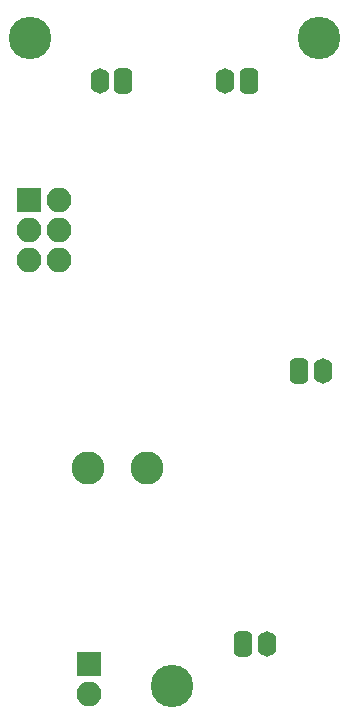
<source format=gbr>
%TF.GenerationSoftware,KiCad,Pcbnew,7.0.5-7.0.5~ubuntu20.04.1*%
%TF.CreationDate,2023-06-23T07:32:12+02:00*%
%TF.ProjectId,ModuleV440,4d6f6475-6c65-4563-9434-302e6b696361,rev?*%
%TF.SameCoordinates,Original*%
%TF.FileFunction,Soldermask,Bot*%
%TF.FilePolarity,Negative*%
%FSLAX46Y46*%
G04 Gerber Fmt 4.6, Leading zero omitted, Abs format (unit mm)*
G04 Created by KiCad (PCBNEW 7.0.5-7.0.5~ubuntu20.04.1) date 2023-06-23 07:32:12*
%MOMM*%
%LPD*%
G01*
G04 APERTURE LIST*
G04 Aperture macros list*
%AMRoundRect*
0 Rectangle with rounded corners*
0 $1 Rounding radius*
0 $2 $3 $4 $5 $6 $7 $8 $9 X,Y pos of 4 corners*
0 Add a 4 corners polygon primitive as box body*
4,1,4,$2,$3,$4,$5,$6,$7,$8,$9,$2,$3,0*
0 Add four circle primitives for the rounded corners*
1,1,$1+$1,$2,$3*
1,1,$1+$1,$4,$5*
1,1,$1+$1,$6,$7*
1,1,$1+$1,$8,$9*
0 Add four rect primitives between the rounded corners*
20,1,$1+$1,$2,$3,$4,$5,0*
20,1,$1+$1,$4,$5,$6,$7,0*
20,1,$1+$1,$6,$7,$8,$9,0*
20,1,$1+$1,$8,$9,$2,$3,0*%
G04 Aperture macros list end*
%ADD10RoundRect,0.450000X0.350000X0.625000X-0.350000X0.625000X-0.350000X-0.625000X0.350000X-0.625000X0*%
%ADD11O,1.600000X2.150000*%
%ADD12C,3.600000*%
%ADD13RoundRect,0.450000X-0.350000X-0.625000X0.350000X-0.625000X0.350000X0.625000X-0.350000X0.625000X0*%
%ADD14RoundRect,0.200000X-0.850000X-0.850000X0.850000X-0.850000X0.850000X0.850000X-0.850000X0.850000X0*%
%ADD15O,2.100000X2.100000*%
%ADD16C,2.800000*%
G04 APERTURE END LIST*
D10*
%TO.C,RX1*%
X10700000Y54950000D03*
D11*
X8700000Y54950000D03*
%TD*%
D12*
%TO.C,REF\u002A\u002A*%
X2750000Y58600000D03*
%TD*%
%TO.C,REF\u002A\u002A*%
X27250000Y58600000D03*
%TD*%
D13*
%TO.C,EXTTEMP1*%
X25600000Y30450000D03*
D11*
X27600000Y30450000D03*
%TD*%
D10*
%TO.C,TX1*%
X21300000Y54950000D03*
D11*
X19300000Y54950000D03*
%TD*%
D14*
%TO.C,REMOTE1*%
X7750000Y5575000D03*
D15*
X7750000Y3035000D03*
%TD*%
D13*
%TO.C,POWER1*%
X20850000Y7300000D03*
D11*
X22850000Y7300000D03*
%TD*%
D12*
%TO.C,REF\u002A\u002A*%
X14840000Y3700000D03*
%TD*%
D14*
%TO.C,J2*%
X2725000Y44875000D03*
D15*
X5265000Y44875000D03*
X2725000Y42335000D03*
X5265000Y42335000D03*
X2725000Y39795000D03*
X5265000Y39795000D03*
%TD*%
D16*
%TO.C,R30*%
X12660000Y22225000D03*
X7660000Y22225000D03*
%TD*%
M02*

</source>
